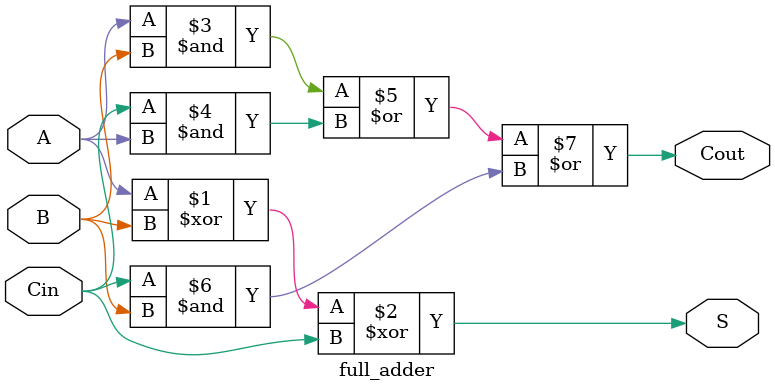
<source format=v>
module full_adder(
    input A,
    input B,
    input Cin,
    output S,
    output Cout
);

    assign S = A ^ B ^ Cin;
    assign Cout = (A & B) | (Cin & A) | (Cin & B);

    // Your code goes here.  DO NOT change anything that is already given! Otherwise, you will not be able to pass the tests!

endmodule
</source>
